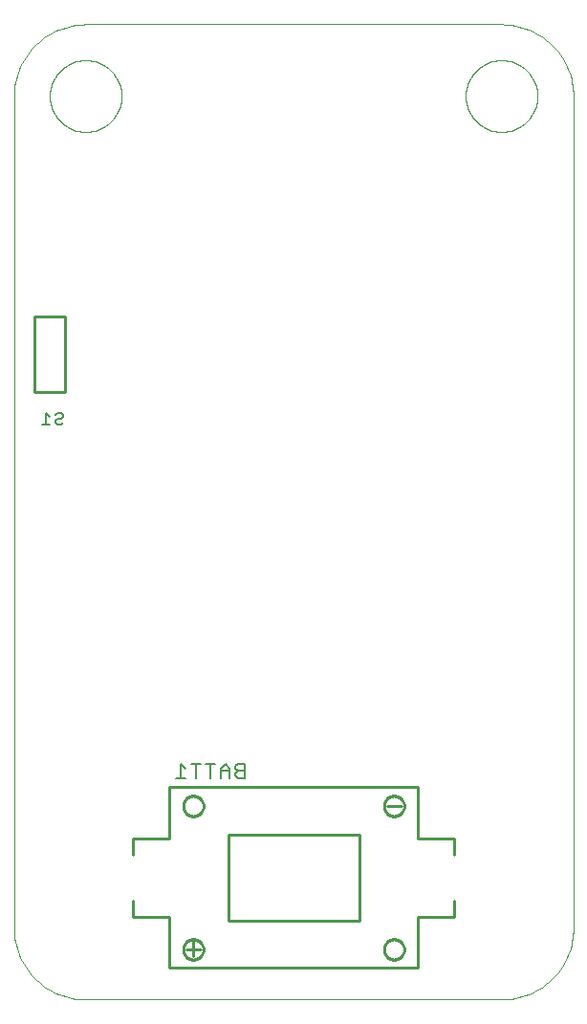
<source format=gbo>
G75*
G70*
%OFA0B0*%
%FSLAX24Y24*%
%IPPOS*%
%LPD*%
%AMOC8*
5,1,8,0,0,1.08239X$1,22.5*
%
%ADD10C,0.0000*%
%ADD11C,0.0100*%
%ADD12C,0.0080*%
%ADD13C,0.0070*%
D10*
X000655Y003155D02*
X000655Y032155D01*
X001905Y032155D02*
X001907Y032225D01*
X001913Y032295D01*
X001923Y032364D01*
X001936Y032433D01*
X001954Y032501D01*
X001975Y032568D01*
X002000Y032633D01*
X002029Y032697D01*
X002061Y032760D01*
X002097Y032820D01*
X002136Y032878D01*
X002178Y032934D01*
X002223Y032988D01*
X002271Y033039D01*
X002322Y033087D01*
X002376Y033132D01*
X002432Y033174D01*
X002490Y033213D01*
X002550Y033249D01*
X002613Y033281D01*
X002677Y033310D01*
X002742Y033335D01*
X002809Y033356D01*
X002877Y033374D01*
X002946Y033387D01*
X003015Y033397D01*
X003085Y033403D01*
X003155Y033405D01*
X003225Y033403D01*
X003295Y033397D01*
X003364Y033387D01*
X003433Y033374D01*
X003501Y033356D01*
X003568Y033335D01*
X003633Y033310D01*
X003697Y033281D01*
X003760Y033249D01*
X003820Y033213D01*
X003878Y033174D01*
X003934Y033132D01*
X003988Y033087D01*
X004039Y033039D01*
X004087Y032988D01*
X004132Y032934D01*
X004174Y032878D01*
X004213Y032820D01*
X004249Y032760D01*
X004281Y032697D01*
X004310Y032633D01*
X004335Y032568D01*
X004356Y032501D01*
X004374Y032433D01*
X004387Y032364D01*
X004397Y032295D01*
X004403Y032225D01*
X004405Y032155D01*
X004403Y032085D01*
X004397Y032015D01*
X004387Y031946D01*
X004374Y031877D01*
X004356Y031809D01*
X004335Y031742D01*
X004310Y031677D01*
X004281Y031613D01*
X004249Y031550D01*
X004213Y031490D01*
X004174Y031432D01*
X004132Y031376D01*
X004087Y031322D01*
X004039Y031271D01*
X003988Y031223D01*
X003934Y031178D01*
X003878Y031136D01*
X003820Y031097D01*
X003760Y031061D01*
X003697Y031029D01*
X003633Y031000D01*
X003568Y030975D01*
X003501Y030954D01*
X003433Y030936D01*
X003364Y030923D01*
X003295Y030913D01*
X003225Y030907D01*
X003155Y030905D01*
X003085Y030907D01*
X003015Y030913D01*
X002946Y030923D01*
X002877Y030936D01*
X002809Y030954D01*
X002742Y030975D01*
X002677Y031000D01*
X002613Y031029D01*
X002550Y031061D01*
X002490Y031097D01*
X002432Y031136D01*
X002376Y031178D01*
X002322Y031223D01*
X002271Y031271D01*
X002223Y031322D01*
X002178Y031376D01*
X002136Y031432D01*
X002097Y031490D01*
X002061Y031550D01*
X002029Y031613D01*
X002000Y031677D01*
X001975Y031742D01*
X001954Y031809D01*
X001936Y031877D01*
X001923Y031946D01*
X001913Y032015D01*
X001907Y032085D01*
X001905Y032155D01*
X000655Y032155D02*
X000658Y032274D01*
X000666Y032393D01*
X000680Y032511D01*
X000700Y032628D01*
X000725Y032744D01*
X000756Y032859D01*
X000792Y032973D01*
X000834Y033084D01*
X000881Y033194D01*
X000933Y033301D01*
X000990Y033405D01*
X001052Y033507D01*
X001119Y033605D01*
X001190Y033700D01*
X001266Y033792D01*
X001346Y033880D01*
X001430Y033964D01*
X001518Y034044D01*
X001610Y034120D01*
X001705Y034191D01*
X001803Y034258D01*
X001905Y034320D01*
X002009Y034377D01*
X002116Y034429D01*
X002226Y034476D01*
X002337Y034518D01*
X002451Y034554D01*
X002566Y034585D01*
X002682Y034610D01*
X002799Y034630D01*
X002917Y034644D01*
X003036Y034652D01*
X003155Y034655D01*
X017655Y034655D01*
X016405Y032155D02*
X016407Y032225D01*
X016413Y032295D01*
X016423Y032364D01*
X016436Y032433D01*
X016454Y032501D01*
X016475Y032568D01*
X016500Y032633D01*
X016529Y032697D01*
X016561Y032760D01*
X016597Y032820D01*
X016636Y032878D01*
X016678Y032934D01*
X016723Y032988D01*
X016771Y033039D01*
X016822Y033087D01*
X016876Y033132D01*
X016932Y033174D01*
X016990Y033213D01*
X017050Y033249D01*
X017113Y033281D01*
X017177Y033310D01*
X017242Y033335D01*
X017309Y033356D01*
X017377Y033374D01*
X017446Y033387D01*
X017515Y033397D01*
X017585Y033403D01*
X017655Y033405D01*
X017725Y033403D01*
X017795Y033397D01*
X017864Y033387D01*
X017933Y033374D01*
X018001Y033356D01*
X018068Y033335D01*
X018133Y033310D01*
X018197Y033281D01*
X018260Y033249D01*
X018320Y033213D01*
X018378Y033174D01*
X018434Y033132D01*
X018488Y033087D01*
X018539Y033039D01*
X018587Y032988D01*
X018632Y032934D01*
X018674Y032878D01*
X018713Y032820D01*
X018749Y032760D01*
X018781Y032697D01*
X018810Y032633D01*
X018835Y032568D01*
X018856Y032501D01*
X018874Y032433D01*
X018887Y032364D01*
X018897Y032295D01*
X018903Y032225D01*
X018905Y032155D01*
X018903Y032085D01*
X018897Y032015D01*
X018887Y031946D01*
X018874Y031877D01*
X018856Y031809D01*
X018835Y031742D01*
X018810Y031677D01*
X018781Y031613D01*
X018749Y031550D01*
X018713Y031490D01*
X018674Y031432D01*
X018632Y031376D01*
X018587Y031322D01*
X018539Y031271D01*
X018488Y031223D01*
X018434Y031178D01*
X018378Y031136D01*
X018320Y031097D01*
X018260Y031061D01*
X018197Y031029D01*
X018133Y031000D01*
X018068Y030975D01*
X018001Y030954D01*
X017933Y030936D01*
X017864Y030923D01*
X017795Y030913D01*
X017725Y030907D01*
X017655Y030905D01*
X017585Y030907D01*
X017515Y030913D01*
X017446Y030923D01*
X017377Y030936D01*
X017309Y030954D01*
X017242Y030975D01*
X017177Y031000D01*
X017113Y031029D01*
X017050Y031061D01*
X016990Y031097D01*
X016932Y031136D01*
X016876Y031178D01*
X016822Y031223D01*
X016771Y031271D01*
X016723Y031322D01*
X016678Y031376D01*
X016636Y031432D01*
X016597Y031490D01*
X016561Y031550D01*
X016529Y031613D01*
X016500Y031677D01*
X016475Y031742D01*
X016454Y031809D01*
X016436Y031877D01*
X016423Y031946D01*
X016413Y032015D01*
X016407Y032085D01*
X016405Y032155D01*
X017655Y034655D02*
X017774Y034652D01*
X017893Y034644D01*
X018011Y034630D01*
X018128Y034610D01*
X018244Y034585D01*
X018359Y034554D01*
X018473Y034518D01*
X018584Y034476D01*
X018694Y034429D01*
X018801Y034377D01*
X018905Y034320D01*
X019007Y034258D01*
X019105Y034191D01*
X019200Y034120D01*
X019292Y034044D01*
X019380Y033964D01*
X019464Y033880D01*
X019544Y033792D01*
X019620Y033700D01*
X019691Y033605D01*
X019758Y033507D01*
X019820Y033405D01*
X019877Y033301D01*
X019929Y033194D01*
X019976Y033084D01*
X020018Y032973D01*
X020054Y032859D01*
X020085Y032744D01*
X020110Y032628D01*
X020130Y032511D01*
X020144Y032393D01*
X020152Y032274D01*
X020155Y032155D01*
X020155Y003155D01*
X020152Y003036D01*
X020144Y002917D01*
X020130Y002799D01*
X020110Y002682D01*
X020085Y002566D01*
X020054Y002451D01*
X020018Y002337D01*
X019976Y002226D01*
X019929Y002116D01*
X019877Y002009D01*
X019820Y001905D01*
X019758Y001803D01*
X019691Y001705D01*
X019620Y001610D01*
X019544Y001518D01*
X019464Y001430D01*
X019380Y001346D01*
X019292Y001266D01*
X019200Y001190D01*
X019105Y001119D01*
X019007Y001052D01*
X018905Y000990D01*
X018801Y000933D01*
X018694Y000881D01*
X018584Y000834D01*
X018473Y000792D01*
X018359Y000756D01*
X018244Y000725D01*
X018128Y000700D01*
X018011Y000680D01*
X017893Y000666D01*
X017774Y000658D01*
X017655Y000655D01*
X003155Y000655D01*
X003036Y000658D01*
X002917Y000666D01*
X002799Y000680D01*
X002682Y000700D01*
X002566Y000725D01*
X002451Y000756D01*
X002337Y000792D01*
X002226Y000834D01*
X002116Y000881D01*
X002009Y000933D01*
X001905Y000990D01*
X001803Y001052D01*
X001705Y001119D01*
X001610Y001190D01*
X001518Y001266D01*
X001430Y001346D01*
X001346Y001430D01*
X001266Y001518D01*
X001190Y001610D01*
X001119Y001705D01*
X001052Y001803D01*
X000990Y001905D01*
X000933Y002009D01*
X000881Y002116D01*
X000834Y002226D01*
X000792Y002337D01*
X000756Y002451D01*
X000725Y002566D01*
X000700Y002682D01*
X000680Y002799D01*
X000666Y002917D01*
X000658Y003036D01*
X000655Y003155D01*
D11*
X004815Y003527D02*
X006074Y003527D01*
X006074Y001756D01*
X014736Y001756D01*
X014736Y003527D01*
X015996Y003527D01*
X015996Y004118D01*
X015996Y005693D02*
X015996Y006283D01*
X014736Y006283D01*
X014736Y008055D01*
X006074Y008055D01*
X006074Y006283D01*
X004815Y006283D01*
X004815Y005693D01*
X004815Y004118D02*
X004815Y003527D01*
X006655Y002405D02*
X007155Y002405D01*
X006551Y002405D02*
X006553Y002442D01*
X006559Y002479D01*
X006568Y002514D01*
X006582Y002549D01*
X006598Y002582D01*
X006619Y002613D01*
X006642Y002642D01*
X006668Y002668D01*
X006697Y002691D01*
X006728Y002712D01*
X006761Y002728D01*
X006796Y002742D01*
X006831Y002751D01*
X006868Y002757D01*
X006905Y002759D01*
X006942Y002757D01*
X006979Y002751D01*
X007014Y002742D01*
X007049Y002728D01*
X007082Y002712D01*
X007113Y002691D01*
X007142Y002668D01*
X007168Y002642D01*
X007191Y002613D01*
X007212Y002582D01*
X007228Y002549D01*
X007242Y002514D01*
X007251Y002479D01*
X007257Y002442D01*
X007259Y002405D01*
X007257Y002368D01*
X007251Y002331D01*
X007242Y002296D01*
X007228Y002261D01*
X007212Y002228D01*
X007191Y002197D01*
X007168Y002168D01*
X007142Y002142D01*
X007113Y002119D01*
X007082Y002098D01*
X007049Y002082D01*
X007014Y002068D01*
X006979Y002059D01*
X006942Y002053D01*
X006905Y002051D01*
X006868Y002053D01*
X006831Y002059D01*
X006796Y002068D01*
X006761Y002082D01*
X006728Y002098D01*
X006697Y002119D01*
X006668Y002142D01*
X006642Y002168D01*
X006619Y002197D01*
X006598Y002228D01*
X006582Y002261D01*
X006568Y002296D01*
X006559Y002331D01*
X006553Y002368D01*
X006551Y002405D01*
X006905Y002155D02*
X006905Y002655D01*
X008122Y003409D02*
X012689Y003409D01*
X012689Y006401D01*
X008122Y006401D01*
X008122Y003409D01*
X006551Y007405D02*
X006553Y007442D01*
X006559Y007479D01*
X006568Y007514D01*
X006582Y007549D01*
X006598Y007582D01*
X006619Y007613D01*
X006642Y007642D01*
X006668Y007668D01*
X006697Y007691D01*
X006728Y007712D01*
X006761Y007728D01*
X006796Y007742D01*
X006831Y007751D01*
X006868Y007757D01*
X006905Y007759D01*
X006942Y007757D01*
X006979Y007751D01*
X007014Y007742D01*
X007049Y007728D01*
X007082Y007712D01*
X007113Y007691D01*
X007142Y007668D01*
X007168Y007642D01*
X007191Y007613D01*
X007212Y007582D01*
X007228Y007549D01*
X007242Y007514D01*
X007251Y007479D01*
X007257Y007442D01*
X007259Y007405D01*
X007257Y007368D01*
X007251Y007331D01*
X007242Y007296D01*
X007228Y007261D01*
X007212Y007228D01*
X007191Y007197D01*
X007168Y007168D01*
X007142Y007142D01*
X007113Y007119D01*
X007082Y007098D01*
X007049Y007082D01*
X007014Y007068D01*
X006979Y007059D01*
X006942Y007053D01*
X006905Y007051D01*
X006868Y007053D01*
X006831Y007059D01*
X006796Y007068D01*
X006761Y007082D01*
X006728Y007098D01*
X006697Y007119D01*
X006668Y007142D01*
X006642Y007168D01*
X006619Y007197D01*
X006598Y007228D01*
X006582Y007261D01*
X006568Y007296D01*
X006559Y007331D01*
X006553Y007368D01*
X006551Y007405D01*
X013655Y007405D02*
X014155Y007405D01*
X013551Y007405D02*
X013553Y007442D01*
X013559Y007479D01*
X013568Y007514D01*
X013582Y007549D01*
X013598Y007582D01*
X013619Y007613D01*
X013642Y007642D01*
X013668Y007668D01*
X013697Y007691D01*
X013728Y007712D01*
X013761Y007728D01*
X013796Y007742D01*
X013831Y007751D01*
X013868Y007757D01*
X013905Y007759D01*
X013942Y007757D01*
X013979Y007751D01*
X014014Y007742D01*
X014049Y007728D01*
X014082Y007712D01*
X014113Y007691D01*
X014142Y007668D01*
X014168Y007642D01*
X014191Y007613D01*
X014212Y007582D01*
X014228Y007549D01*
X014242Y007514D01*
X014251Y007479D01*
X014257Y007442D01*
X014259Y007405D01*
X014257Y007368D01*
X014251Y007331D01*
X014242Y007296D01*
X014228Y007261D01*
X014212Y007228D01*
X014191Y007197D01*
X014168Y007168D01*
X014142Y007142D01*
X014113Y007119D01*
X014082Y007098D01*
X014049Y007082D01*
X014014Y007068D01*
X013979Y007059D01*
X013942Y007053D01*
X013905Y007051D01*
X013868Y007053D01*
X013831Y007059D01*
X013796Y007068D01*
X013761Y007082D01*
X013728Y007098D01*
X013697Y007119D01*
X013668Y007142D01*
X013642Y007168D01*
X013619Y007197D01*
X013598Y007228D01*
X013582Y007261D01*
X013568Y007296D01*
X013559Y007331D01*
X013553Y007368D01*
X013551Y007405D01*
X013551Y002405D02*
X013553Y002442D01*
X013559Y002479D01*
X013568Y002514D01*
X013582Y002549D01*
X013598Y002582D01*
X013619Y002613D01*
X013642Y002642D01*
X013668Y002668D01*
X013697Y002691D01*
X013728Y002712D01*
X013761Y002728D01*
X013796Y002742D01*
X013831Y002751D01*
X013868Y002757D01*
X013905Y002759D01*
X013942Y002757D01*
X013979Y002751D01*
X014014Y002742D01*
X014049Y002728D01*
X014082Y002712D01*
X014113Y002691D01*
X014142Y002668D01*
X014168Y002642D01*
X014191Y002613D01*
X014212Y002582D01*
X014228Y002549D01*
X014242Y002514D01*
X014251Y002479D01*
X014257Y002442D01*
X014259Y002405D01*
X014257Y002368D01*
X014251Y002331D01*
X014242Y002296D01*
X014228Y002261D01*
X014212Y002228D01*
X014191Y002197D01*
X014168Y002168D01*
X014142Y002142D01*
X014113Y002119D01*
X014082Y002098D01*
X014049Y002082D01*
X014014Y002068D01*
X013979Y002059D01*
X013942Y002053D01*
X013905Y002051D01*
X013868Y002053D01*
X013831Y002059D01*
X013796Y002068D01*
X013761Y002082D01*
X013728Y002098D01*
X013697Y002119D01*
X013668Y002142D01*
X013642Y002168D01*
X013619Y002197D01*
X013598Y002228D01*
X013582Y002261D01*
X013568Y002296D01*
X013559Y002331D01*
X013553Y002368D01*
X013551Y002405D01*
X002437Y021836D02*
X002437Y024474D01*
X001374Y024474D01*
X001374Y021836D01*
X002437Y021836D01*
D12*
X002295Y021115D02*
X002365Y021045D01*
X002365Y020975D01*
X002295Y020905D01*
X002155Y020905D01*
X002085Y020835D01*
X002085Y020765D01*
X002155Y020695D01*
X002295Y020695D01*
X002365Y020765D01*
X002295Y021115D02*
X002155Y021115D01*
X002085Y021045D01*
X001905Y020975D02*
X001765Y021115D01*
X001765Y020695D01*
X001905Y020695D02*
X001625Y020695D01*
D13*
X006472Y008871D02*
X006472Y008380D01*
X006309Y008380D02*
X006636Y008380D01*
X006636Y008707D02*
X006472Y008871D01*
X006824Y008871D02*
X007151Y008871D01*
X006988Y008871D02*
X006988Y008380D01*
X007504Y008380D02*
X007504Y008871D01*
X007667Y008871D02*
X007340Y008871D01*
X007856Y008707D02*
X007856Y008380D01*
X007856Y008625D02*
X008183Y008625D01*
X008183Y008707D02*
X008019Y008871D01*
X007856Y008707D01*
X008183Y008707D02*
X008183Y008380D01*
X008371Y008462D02*
X008371Y008544D01*
X008453Y008625D01*
X008698Y008625D01*
X008698Y008380D02*
X008453Y008380D01*
X008371Y008462D01*
X008453Y008625D02*
X008371Y008707D01*
X008371Y008789D01*
X008453Y008871D01*
X008698Y008871D01*
X008698Y008380D01*
M02*

</source>
